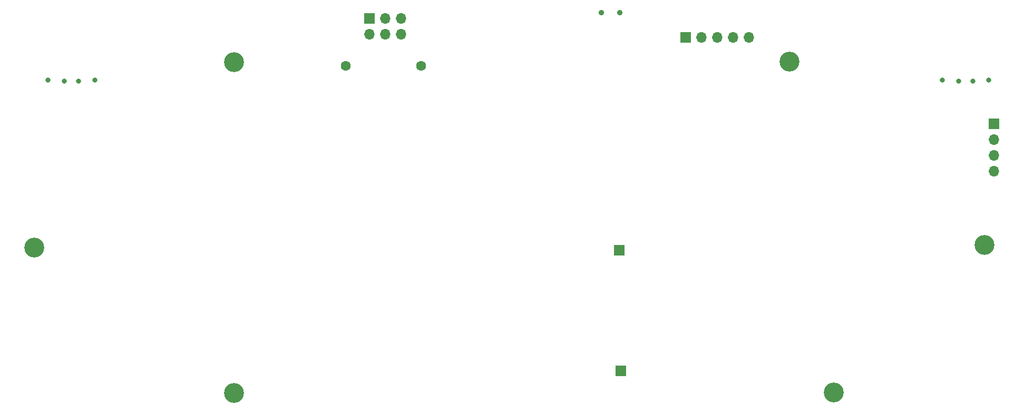
<source format=gbr>
%TF.GenerationSoftware,KiCad,Pcbnew,8.0.0*%
%TF.CreationDate,2024-07-15T05:39:07-05:00*%
%TF.ProjectId,MilkTastic,4d696c6b-5461-4737-9469-632e6b696361,rev?*%
%TF.SameCoordinates,Original*%
%TF.FileFunction,Soldermask,Bot*%
%TF.FilePolarity,Negative*%
%FSLAX46Y46*%
G04 Gerber Fmt 4.6, Leading zero omitted, Abs format (unit mm)*
G04 Created by KiCad (PCBNEW 8.0.0) date 2024-07-15 05:39:07*
%MOMM*%
%LPD*%
G01*
G04 APERTURE LIST*
%ADD10R,1.700000X1.700000*%
%ADD11O,1.700000X1.700000*%
%ADD12C,3.200000*%
%ADD13C,0.800000*%
%ADD14C,0.900000*%
%ADD15C,1.600000*%
G04 APERTURE END LIST*
D10*
%TO.C,J3*%
X236000000Y-42920000D03*
D11*
X236000000Y-45460000D03*
X236000000Y-48000000D03*
X236000000Y-50540000D03*
%TD*%
D12*
%TO.C,H5*%
X81800000Y-62800000D03*
%TD*%
%TO.C,H1*%
X113900000Y-86200000D03*
%TD*%
%TO.C,H6*%
X234400000Y-62400000D03*
%TD*%
D13*
%TO.C,SW1*%
X84000000Y-35850000D03*
X86600000Y-36050000D03*
X88900000Y-36050000D03*
X91500000Y-35850000D03*
%TD*%
D10*
%TO.C,J2*%
X135600000Y-25960000D03*
D11*
X135600000Y-28500000D03*
X138140000Y-25960000D03*
X138140000Y-28500000D03*
X140680000Y-25960000D03*
X140680000Y-28500000D03*
%TD*%
D10*
%TO.C,J6*%
X186460000Y-29000000D03*
D11*
X189000000Y-29000000D03*
X191540000Y-29000000D03*
X194080000Y-29000000D03*
X196620000Y-29000000D03*
%TD*%
D12*
%TO.C,H2*%
X210200000Y-86100000D03*
%TD*%
D14*
%TO.C,SW8*%
X172890000Y-25050000D03*
X175890000Y-25050000D03*
%TD*%
D12*
%TO.C,H3*%
X203100000Y-32900000D03*
%TD*%
D10*
%TO.C,J4*%
X175800000Y-63200000D03*
%TD*%
D13*
%TO.C,SW2*%
X227650000Y-35850000D03*
X230250000Y-36050000D03*
X232550000Y-36050000D03*
X235150000Y-35850000D03*
%TD*%
D10*
%TO.C,J7*%
X176000000Y-82600000D03*
%TD*%
D12*
%TO.C,H4*%
X113900000Y-33000000D03*
%TD*%
D15*
%TO.C,BT1*%
X131797500Y-33627500D03*
X143947500Y-33627500D03*
%TD*%
M02*

</source>
